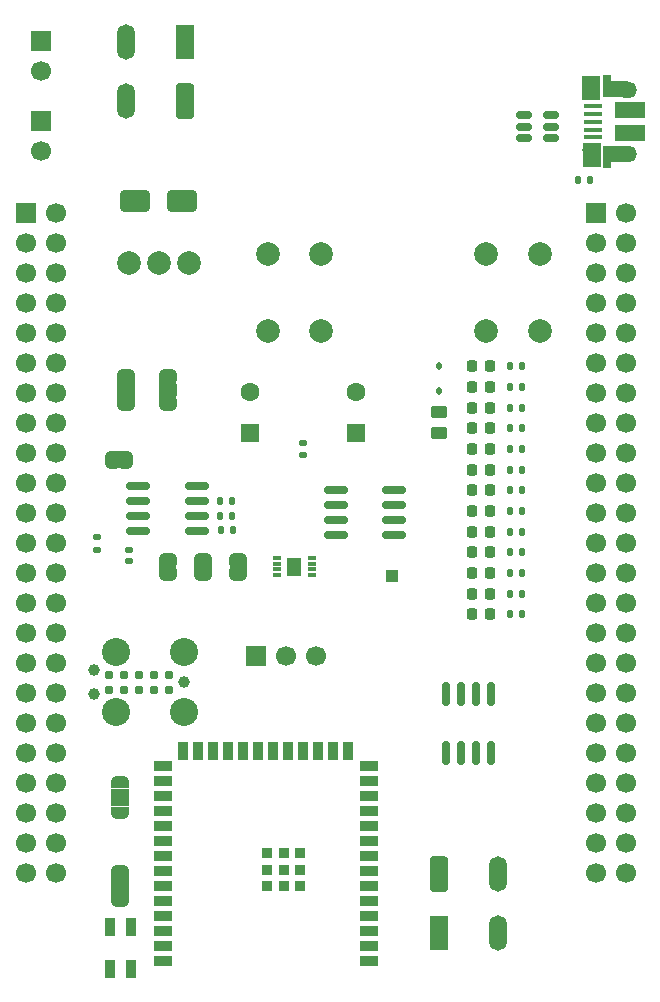
<source format=gbr>
%TF.GenerationSoftware,KiCad,Pcbnew,9.0.6+1*%
%TF.CreationDate,2025-11-29T18:55:36+00:00*%
%TF.ProjectId,com4bbb,636f6d34-6262-4622-9e6b-696361645f70,0.2*%
%TF.SameCoordinates,Original*%
%TF.FileFunction,Soldermask,Top*%
%TF.FilePolarity,Negative*%
%FSLAX46Y46*%
G04 Gerber Fmt 4.6, Leading zero omitted, Abs format (unit mm)*
G04 Created by KiCad (PCBNEW 9.0.6+1) date 2025-11-29 18:55:36*
%MOMM*%
%LPD*%
G01*
G04 APERTURE LIST*
G04 Aperture macros list*
%AMRoundRect*
0 Rectangle with rounded corners*
0 $1 Rounding radius*
0 $2 $3 $4 $5 $6 $7 $8 $9 X,Y pos of 4 corners*
0 Add a 4 corners polygon primitive as box body*
4,1,4,$2,$3,$4,$5,$6,$7,$8,$9,$2,$3,0*
0 Add four circle primitives for the rounded corners*
1,1,$1+$1,$2,$3*
1,1,$1+$1,$4,$5*
1,1,$1+$1,$6,$7*
1,1,$1+$1,$8,$9*
0 Add four rect primitives between the rounded corners*
20,1,$1+$1,$2,$3,$4,$5,0*
20,1,$1+$1,$4,$5,$6,$7,0*
20,1,$1+$1,$6,$7,$8,$9,0*
20,1,$1+$1,$8,$9,$2,$3,0*%
%AMFreePoly0*
4,1,23,0.550000,-0.750000,0.000000,-0.750000,0.000000,-0.745722,-0.065263,-0.745722,-0.191342,-0.711940,-0.304381,-0.646677,-0.396677,-0.554381,-0.461940,-0.441342,-0.495722,-0.315263,-0.495722,-0.250000,-0.500000,-0.250000,-0.500000,0.250000,-0.495722,0.250000,-0.495722,0.315263,-0.461940,0.441342,-0.396677,0.554381,-0.304381,0.646677,-0.191342,0.711940,-0.065263,0.745722,0.000000,0.745722,
0.000000,0.750000,0.550000,0.750000,0.550000,-0.750000,0.550000,-0.750000,$1*%
%AMFreePoly1*
4,1,23,0.000000,0.745722,0.065263,0.745722,0.191342,0.711940,0.304381,0.646677,0.396677,0.554381,0.461940,0.441342,0.495722,0.315263,0.495722,0.250000,0.500000,0.250000,0.500000,-0.250000,0.495722,-0.250000,0.495722,-0.315263,0.461940,-0.441342,0.396677,-0.554381,0.304381,-0.646677,0.191342,-0.711940,0.065263,-0.745722,0.000000,-0.745722,0.000000,-0.750000,-0.550000,-0.750000,
-0.550000,0.750000,0.000000,0.750000,0.000000,0.745722,0.000000,0.745722,$1*%
%AMFreePoly2*
4,1,23,0.500000,-0.750000,0.000000,-0.750000,0.000000,-0.745722,-0.065263,-0.745722,-0.191342,-0.711940,-0.304381,-0.646677,-0.396677,-0.554381,-0.461940,-0.441342,-0.495722,-0.315263,-0.495722,-0.250000,-0.500000,-0.250000,-0.500000,0.250000,-0.495722,0.250000,-0.495722,0.315263,-0.461940,0.441342,-0.396677,0.554381,-0.304381,0.646677,-0.191342,0.711940,-0.065263,0.745722,0.000000,0.745722,
0.000000,0.750000,0.500000,0.750000,0.500000,-0.750000,0.500000,-0.750000,$1*%
%AMFreePoly3*
4,1,23,0.000000,0.745722,0.065263,0.745722,0.191342,0.711940,0.304381,0.646677,0.396677,0.554381,0.461940,0.441342,0.495722,0.315263,0.495722,0.250000,0.500000,0.250000,0.500000,-0.250000,0.495722,-0.250000,0.495722,-0.315263,0.461940,-0.441342,0.396677,-0.554381,0.304381,-0.646677,0.191342,-0.711940,0.065263,-0.745722,0.000000,-0.745722,0.000000,-0.750000,-0.500000,-0.750000,
-0.500000,0.750000,0.000000,0.750000,0.000000,0.745722,0.000000,0.745722,$1*%
G04 Aperture macros list end*
%ADD10R,1.700000X1.700000*%
%ADD11C,1.700000*%
%ADD12RoundRect,0.140000X-0.170000X0.140000X-0.170000X-0.140000X0.170000X-0.140000X0.170000X0.140000X0*%
%ADD13RoundRect,0.250001X-0.499999X-1.249999X0.499999X-1.249999X0.499999X1.249999X-0.499999X1.249999X0*%
%ADD14R,1.500000X3.000000*%
%ADD15O,1.500000X3.000000*%
%ADD16FreePoly0,90.000000*%
%ADD17R,1.500000X1.000000*%
%ADD18FreePoly1,90.000000*%
%ADD19FreePoly0,270.000000*%
%ADD20FreePoly1,270.000000*%
%ADD21FreePoly2,270.000000*%
%ADD22FreePoly3,270.000000*%
%ADD23RoundRect,0.135000X-0.135000X-0.185000X0.135000X-0.185000X0.135000X0.185000X-0.135000X0.185000X0*%
%ADD24C,2.000000*%
%ADD25RoundRect,0.150000X0.825000X0.150000X-0.825000X0.150000X-0.825000X-0.150000X0.825000X-0.150000X0*%
%ADD26RoundRect,0.218750X0.218750X0.256250X-0.218750X0.256250X-0.218750X-0.256250X0.218750X-0.256250X0*%
%ADD27RoundRect,0.135000X0.135000X0.185000X-0.135000X0.185000X-0.135000X-0.185000X0.135000X-0.185000X0*%
%ADD28RoundRect,0.135000X0.185000X-0.135000X0.185000X0.135000X-0.185000X0.135000X-0.185000X-0.135000X0*%
%ADD29RoundRect,0.150000X-0.150000X0.825000X-0.150000X-0.825000X0.150000X-0.825000X0.150000X0.825000X0*%
%ADD30RoundRect,0.250001X0.499999X1.249999X-0.499999X1.249999X-0.499999X-1.249999X0.499999X-1.249999X0*%
%ADD31RoundRect,0.250000X1.000000X0.650000X-1.000000X0.650000X-1.000000X-0.650000X1.000000X-0.650000X0*%
%ADD32RoundRect,0.150000X-0.512500X-0.150000X0.512500X-0.150000X0.512500X0.150000X-0.512500X0.150000X0*%
%ADD33R,0.850000X1.600000*%
%ADD34R,1.500000X0.900000*%
%ADD35R,0.900000X1.500000*%
%ADD36R,0.900000X0.900000*%
%ADD37RoundRect,0.147500X0.147500X0.172500X-0.147500X0.172500X-0.147500X-0.172500X0.147500X-0.172500X0*%
%ADD38RoundRect,0.250000X-0.450000X0.262500X-0.450000X-0.262500X0.450000X-0.262500X0.450000X0.262500X0*%
%ADD39C,2.374900*%
%ADD40C,0.990600*%
%ADD41C,0.787400*%
%ADD42RoundRect,0.250000X0.550000X-0.550000X0.550000X0.550000X-0.550000X0.550000X-0.550000X-0.550000X0*%
%ADD43C,1.600000*%
%ADD44R,1.000000X1.000000*%
%ADD45R,1.650000X0.400000*%
%ADD46R,0.700000X1.825000*%
%ADD47R,1.500000X2.000000*%
%ADD48R,2.000000X1.350000*%
%ADD49O,1.700000X1.350000*%
%ADD50O,1.500000X1.100000*%
%ADD51R,2.500000X1.430000*%
%ADD52R,0.750000X0.300000*%
%ADD53R,1.300000X1.500000*%
%ADD54RoundRect,0.112500X0.112500X-0.187500X0.112500X0.187500X-0.112500X0.187500X-0.112500X-0.187500X0*%
%ADD55FreePoly2,0.000000*%
%ADD56FreePoly3,0.000000*%
G04 APERTURE END LIST*
%TO.C,JP201*%
G36*
X124120100Y-78132400D02*
G01*
X125620100Y-78132400D01*
X125620100Y-76632400D01*
X124120100Y-76632400D01*
X124120100Y-78132400D01*
G37*
%TO.C,JP202*%
G36*
X129120100Y-76632400D02*
G01*
X127620100Y-76632400D01*
X127620100Y-78132400D01*
X129120100Y-78132400D01*
X129120100Y-76632400D01*
G37*
%TO.C,JP204*%
G36*
X123620100Y-120132400D02*
G01*
X125120100Y-120132400D01*
X125120100Y-118632400D01*
X123620100Y-118632400D01*
X123620100Y-120132400D01*
G37*
%TO.C,JP205*%
G36*
X123620100Y-112632400D02*
G01*
X125120100Y-112632400D01*
X125120100Y-111132400D01*
X123620100Y-111132400D01*
X123620100Y-112632400D01*
G37*
%TO.C,JP101*%
G36*
X129120100Y-92232400D02*
G01*
X127620100Y-92232400D01*
X127620100Y-92532400D01*
X129120100Y-92532400D01*
X129120100Y-92232400D01*
G37*
%TO.C,JP103*%
G36*
X135120100Y-92232400D02*
G01*
X133620100Y-92232400D01*
X133620100Y-92532400D01*
X135120100Y-92532400D01*
X135120100Y-92232400D01*
G37*
%TO.C,JP102*%
G36*
X132120100Y-92232400D02*
G01*
X130620100Y-92232400D01*
X130620100Y-92532400D01*
X132120100Y-92532400D01*
X132120100Y-92232400D01*
G37*
%TO.C,JP104*%
G36*
X124120100Y-82532400D02*
G01*
X124420100Y-82532400D01*
X124420100Y-84032400D01*
X124120100Y-84032400D01*
X124120100Y-82532400D01*
G37*
%TD*%
D10*
%TO.C,P8*%
X164630100Y-62382400D03*
D11*
X167170100Y-62382400D03*
X164630100Y-64922400D03*
X167170100Y-64922400D03*
X164630100Y-67462400D03*
X167170100Y-67462400D03*
X164630100Y-70002400D03*
X167170100Y-70002400D03*
X164630100Y-72542400D03*
X167170100Y-72542400D03*
X164630100Y-75082400D03*
X167170100Y-75082400D03*
X164630100Y-77622400D03*
X167170100Y-77622400D03*
X164630100Y-80162400D03*
X167170100Y-80162400D03*
X164630100Y-82702400D03*
X167170100Y-82702400D03*
X164630100Y-85242400D03*
X167170100Y-85242400D03*
X164630100Y-87782400D03*
X167170100Y-87782400D03*
X164630100Y-90322400D03*
X167170100Y-90322400D03*
X164630100Y-92862400D03*
X167170100Y-92862400D03*
X164630100Y-95402400D03*
X167170100Y-95402400D03*
X164630100Y-97942400D03*
X167170100Y-97942400D03*
X164630100Y-100482400D03*
X167170100Y-100482400D03*
X164630100Y-103022400D03*
X167170100Y-103022400D03*
X164630100Y-105562400D03*
X167170100Y-105562400D03*
X164630100Y-108102400D03*
X167170100Y-108102400D03*
X164630100Y-110642400D03*
X167170100Y-110642400D03*
X164630100Y-113182400D03*
X167170100Y-113182400D03*
X164630100Y-115722400D03*
X167170100Y-115722400D03*
X164630100Y-118262400D03*
X167170100Y-118262400D03*
%TD*%
D10*
%TO.C,P9*%
X116370100Y-62382400D03*
D11*
X118910100Y-62382400D03*
X116370100Y-64922400D03*
X118910100Y-64922400D03*
X116370100Y-67462400D03*
X118910100Y-67462400D03*
X116370100Y-70002400D03*
X118910100Y-70002400D03*
X116370100Y-72542400D03*
X118910100Y-72542400D03*
X116370100Y-75082400D03*
X118910100Y-75082400D03*
X116370100Y-77622400D03*
X118910100Y-77622400D03*
X116370100Y-80162400D03*
X118910100Y-80162400D03*
X116370100Y-82702400D03*
X118910100Y-82702400D03*
X116370100Y-85242400D03*
X118910100Y-85242400D03*
X116370100Y-87782400D03*
X118910100Y-87782400D03*
X116370100Y-90322400D03*
X118910100Y-90322400D03*
X116370100Y-92862400D03*
X118910100Y-92862400D03*
X116370100Y-95402400D03*
X118910100Y-95402400D03*
X116370100Y-97942400D03*
X118910100Y-97942400D03*
X116370100Y-100482400D03*
X118910100Y-100482400D03*
X116370100Y-103022400D03*
X118910100Y-103022400D03*
X116370100Y-105562400D03*
X118910100Y-105562400D03*
X116370100Y-108102400D03*
X118910100Y-108102400D03*
X116370100Y-110642400D03*
X118910100Y-110642400D03*
X116370100Y-113182400D03*
X118910100Y-113182400D03*
X116370100Y-115722400D03*
X118910100Y-115722400D03*
X116370100Y-118262400D03*
X118910100Y-118262400D03*
%TD*%
D12*
%TO.C,C101*%
X125120100Y-90902400D03*
X125120100Y-91862400D03*
%TD*%
D13*
%TO.C,J101*%
X151370100Y-118382400D03*
D14*
X151370100Y-123382400D03*
D15*
X156370100Y-118382400D03*
X156370100Y-123382400D03*
%TD*%
D16*
%TO.C,JP201*%
X124870100Y-78682400D03*
D17*
X124870100Y-77382400D03*
D18*
X124870100Y-76082400D03*
%TD*%
D19*
%TO.C,JP202*%
X128370100Y-76082400D03*
D17*
X128370100Y-77382400D03*
D20*
X128370100Y-78682400D03*
%TD*%
D16*
%TO.C,JP204*%
X124370100Y-120682400D03*
D17*
X124370100Y-119382400D03*
D18*
X124370100Y-118082400D03*
%TD*%
D16*
%TO.C,JP205*%
X124370100Y-113182400D03*
D17*
X124370100Y-111882400D03*
D18*
X124370100Y-110582400D03*
%TD*%
D21*
%TO.C,JP101*%
X128370100Y-91732400D03*
D22*
X128370100Y-93032400D03*
%TD*%
D21*
%TO.C,JP103*%
X134370100Y-91732400D03*
D22*
X134370100Y-93032400D03*
%TD*%
D23*
%TO.C,R101*%
X157401100Y-75382400D03*
X158421100Y-75382400D03*
%TD*%
%TO.C,R102*%
X157401100Y-77132400D03*
X158421100Y-77132400D03*
%TD*%
%TO.C,R104*%
X157401100Y-80632400D03*
X158421100Y-80632400D03*
%TD*%
D24*
%TO.C,SW101*%
X155370100Y-72382400D03*
X155370100Y-65882400D03*
X159870100Y-72382400D03*
X159870100Y-65882400D03*
%TD*%
%TO.C,SW102*%
X136870100Y-72382400D03*
X136870100Y-65882400D03*
X141370100Y-72382400D03*
X141370100Y-65882400D03*
%TD*%
D25*
%TO.C,U103*%
X130845100Y-89287400D03*
X130845100Y-88017400D03*
X130845100Y-86747400D03*
X130845100Y-85477400D03*
X125895100Y-85477400D03*
X125895100Y-86747400D03*
X125895100Y-88017400D03*
X125895100Y-89287400D03*
%TD*%
D26*
%TO.C,D101*%
X155698600Y-75382400D03*
X154123600Y-75382400D03*
%TD*%
%TO.C,D102*%
X155698600Y-77132400D03*
X154123600Y-77132400D03*
%TD*%
%TO.C,D103*%
X155698600Y-78882400D03*
X154123600Y-78882400D03*
%TD*%
%TO.C,D104*%
X155698600Y-80632400D03*
X154123600Y-80632400D03*
%TD*%
%TO.C,D105*%
X155698600Y-82382400D03*
X154123600Y-82382400D03*
%TD*%
%TO.C,D106*%
X155698600Y-84132400D03*
X154123600Y-84132400D03*
%TD*%
%TO.C,D107*%
X155698600Y-85882400D03*
X154123600Y-85882400D03*
%TD*%
%TO.C,D108*%
X155698600Y-87632400D03*
X154123600Y-87632400D03*
%TD*%
%TO.C,D109*%
X155698600Y-89382400D03*
X154123600Y-89382400D03*
%TD*%
%TO.C,D110*%
X155698600Y-91132400D03*
X154123600Y-91132400D03*
%TD*%
%TO.C,D111*%
X155698600Y-92882400D03*
X154123600Y-92882400D03*
%TD*%
%TO.C,D112*%
X155698600Y-94632400D03*
X154123600Y-94632400D03*
%TD*%
%TO.C,D113*%
X155698600Y-96382400D03*
X154123600Y-96382400D03*
%TD*%
D23*
%TO.C,R105*%
X157391100Y-82382400D03*
X158411100Y-82382400D03*
%TD*%
%TO.C,R106*%
X157401100Y-84132400D03*
X158421100Y-84132400D03*
%TD*%
%TO.C,R107*%
X157401100Y-85882400D03*
X158421100Y-85882400D03*
%TD*%
%TO.C,R108*%
X157401100Y-87632400D03*
X158421100Y-87632400D03*
%TD*%
%TO.C,R109*%
X157401100Y-89382400D03*
X158421100Y-89382400D03*
%TD*%
%TO.C,R110*%
X157401100Y-91132400D03*
X158421100Y-91132400D03*
%TD*%
%TO.C,R111*%
X157401100Y-92882400D03*
X158421100Y-92882400D03*
%TD*%
%TO.C,R112*%
X157401100Y-94632400D03*
X158421100Y-94632400D03*
%TD*%
%TO.C,R113*%
X157401100Y-96382400D03*
X158421100Y-96382400D03*
%TD*%
D27*
%TO.C,R114*%
X133870100Y-86782400D03*
X132850100Y-86782400D03*
%TD*%
%TO.C,R115*%
X133870100Y-88032400D03*
X132850100Y-88032400D03*
%TD*%
%TO.C,R116*%
X133880100Y-89282400D03*
X132860100Y-89282400D03*
%TD*%
D28*
%TO.C,R117*%
X122370100Y-90892400D03*
X122370100Y-89872400D03*
%TD*%
D23*
%TO.C,R103*%
X157401100Y-78882400D03*
X158421100Y-78882400D03*
%TD*%
D21*
%TO.C,JP102*%
X131370100Y-91732400D03*
D22*
X131370100Y-93032400D03*
%TD*%
D29*
%TO.C,U101*%
X155775100Y-103157400D03*
X154505100Y-103157400D03*
X153235100Y-103157400D03*
X151965100Y-103157400D03*
X151965100Y-108107400D03*
X153235100Y-108107400D03*
X154505100Y-108107400D03*
X155775100Y-108107400D03*
%TD*%
D30*
%TO.C,J102*%
X129870100Y-52882400D03*
D14*
X129870100Y-47882400D03*
D15*
X124870100Y-52882400D03*
X124870100Y-47882400D03*
%TD*%
D24*
%TO.C,U102*%
X130160100Y-66632400D03*
X127620100Y-66632400D03*
X125080100Y-66632400D03*
%TD*%
D31*
%TO.C,D114*%
X129620100Y-61382400D03*
X125620100Y-61382400D03*
%TD*%
D32*
%TO.C,U201*%
X158532600Y-54132400D03*
X158532600Y-55082400D03*
X158532600Y-56032400D03*
X160807600Y-56032400D03*
X160807600Y-55082400D03*
X160807600Y-54132400D03*
%TD*%
D33*
%TO.C,D201*%
X123495100Y-126382400D03*
X125245100Y-126382400D03*
X125245100Y-122882400D03*
X123495100Y-122882400D03*
%TD*%
D34*
%TO.C,U202*%
X145450000Y-125720000D03*
X145450000Y-124450000D03*
X145450000Y-123180000D03*
X145450000Y-121910000D03*
X145450000Y-120640000D03*
X145450000Y-119370000D03*
X145450000Y-118100000D03*
X145450000Y-116830000D03*
X145450000Y-115560000D03*
X145450000Y-114290000D03*
X145450000Y-113020000D03*
X145450000Y-111750000D03*
X145450000Y-110480000D03*
X145450000Y-109210000D03*
D35*
X143685000Y-107960000D03*
X142415000Y-107960000D03*
X141145000Y-107960000D03*
X139875000Y-107960000D03*
X138605000Y-107960000D03*
X137335000Y-107960000D03*
X136065000Y-107960000D03*
X134795000Y-107960000D03*
X133525000Y-107960000D03*
X132255000Y-107960000D03*
X130985000Y-107960000D03*
X129715000Y-107960000D03*
D34*
X127950000Y-109210000D03*
X127950000Y-110480000D03*
X127950000Y-111750000D03*
X127950000Y-113020000D03*
X127950000Y-114290000D03*
X127950000Y-115560000D03*
X127950000Y-116830000D03*
X127950000Y-118100000D03*
X127950000Y-119370000D03*
X127950000Y-120640000D03*
X127950000Y-121910000D03*
X127950000Y-123180000D03*
X127950000Y-124450000D03*
X127950000Y-125720000D03*
D36*
X139600000Y-119400000D03*
X139600000Y-118000000D03*
X139600000Y-116600000D03*
X138200000Y-119400000D03*
X138200000Y-118000000D03*
X138200000Y-116600000D03*
X136800000Y-119400000D03*
X136800000Y-118000000D03*
X136800000Y-116600000D03*
%TD*%
D37*
%TO.C,FB201*%
X164105100Y-59632400D03*
X163135100Y-59632400D03*
%TD*%
D25*
%TO.C,U105*%
X147570100Y-89692400D03*
X147570100Y-88422400D03*
X147570100Y-87152400D03*
X147570100Y-85882400D03*
X142620100Y-85882400D03*
X142620100Y-87152400D03*
X142620100Y-88422400D03*
X142620100Y-89692400D03*
%TD*%
D38*
%TO.C,R118*%
X151370100Y-79219900D03*
X151370100Y-81044900D03*
%TD*%
D39*
%TO.C,J202*%
X129740100Y-104688400D03*
D40*
X129740100Y-102148400D03*
D39*
X129740100Y-99608400D03*
X124025100Y-104688400D03*
X124025100Y-99608400D03*
D40*
X122120100Y-103164400D03*
X122120100Y-101132400D03*
D41*
X128470100Y-101513400D03*
X127200100Y-101513400D03*
X125930100Y-101513400D03*
X124660100Y-101513400D03*
X123390100Y-101513400D03*
X123390100Y-102783400D03*
X124660100Y-102783400D03*
X125930100Y-102783400D03*
X127200100Y-102783400D03*
X128470100Y-102783400D03*
%TD*%
D42*
%TO.C,C103*%
X135370100Y-81035051D03*
D43*
X135370100Y-77535051D03*
%TD*%
D44*
%TO.C,TP101*%
X147370100Y-93132400D03*
%TD*%
D10*
%TO.C,J103*%
X117620100Y-54607400D03*
D11*
X117620100Y-57147400D03*
%TD*%
D12*
%TO.C,C102*%
X139870100Y-81902400D03*
X139870100Y-82862400D03*
%TD*%
D10*
%TO.C,J104*%
X117620100Y-47857400D03*
D11*
X117620100Y-50397400D03*
%TD*%
D42*
%TO.C,C104*%
X144370100Y-81035051D03*
D43*
X144370100Y-77535051D03*
%TD*%
D45*
%TO.C,J201*%
X164370100Y-55982400D03*
X164370100Y-55332400D03*
X164370100Y-54682400D03*
X164370100Y-54032400D03*
X164370100Y-53382400D03*
D46*
X165570100Y-57632400D03*
D47*
X164270100Y-57532400D03*
D48*
X166320100Y-57412400D03*
D49*
X167250100Y-57412400D03*
D50*
X164250100Y-57102400D03*
D51*
X167520100Y-55642400D03*
X167520100Y-53722400D03*
D50*
X164250100Y-52262400D03*
D49*
X167250100Y-51952400D03*
D48*
X166320100Y-51932400D03*
D47*
X164250100Y-51782400D03*
D46*
X165570100Y-51682400D03*
%TD*%
D52*
%TO.C,U104*%
X140570100Y-93082400D03*
X140570100Y-92582400D03*
X140570100Y-92082400D03*
X140570100Y-91582400D03*
X137670100Y-91582400D03*
X137670100Y-92082400D03*
X137670100Y-92582400D03*
X137670100Y-93082400D03*
D53*
X139120100Y-92332400D03*
%TD*%
D54*
%TO.C,D115*%
X151370100Y-77432400D03*
X151370100Y-75332400D03*
%TD*%
D10*
%TO.C,JP203*%
X135830100Y-99882400D03*
D11*
X138370100Y-99882400D03*
X140910100Y-99882400D03*
%TD*%
D55*
%TO.C,JP104*%
X123620100Y-83282400D03*
D56*
X124920100Y-83282400D03*
%TD*%
M02*

</source>
